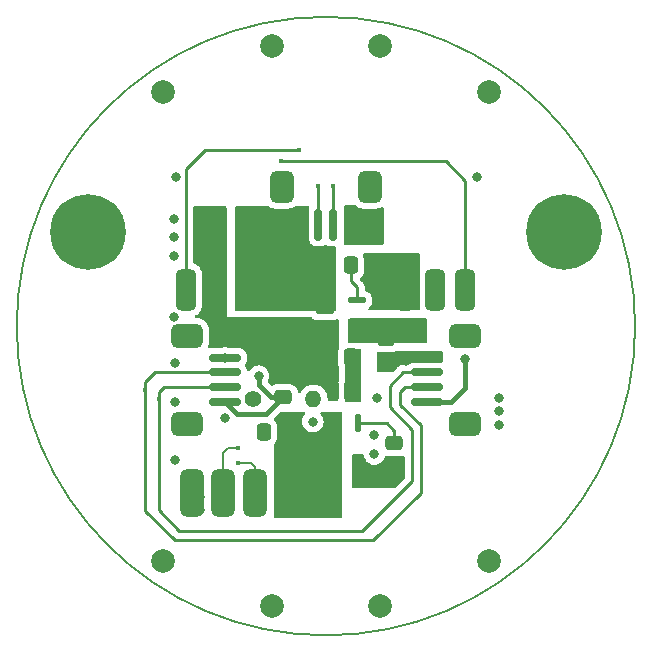
<source format=gbr>
%TF.GenerationSoftware,KiCad,Pcbnew,6.0.10-86aedd382b~118~ubuntu20.04.1*%
%TF.CreationDate,2023-01-12T10:33:16+01:00*%
%TF.ProjectId,thrust_controller,74687275-7374-45f6-936f-6e74726f6c6c,rev?*%
%TF.SameCoordinates,Original*%
%TF.FileFunction,Copper,L4,Bot*%
%TF.FilePolarity,Positive*%
%FSLAX46Y46*%
G04 Gerber Fmt 4.6, Leading zero omitted, Abs format (unit mm)*
G04 Created by KiCad (PCBNEW 6.0.10-86aedd382b~118~ubuntu20.04.1) date 2023-01-12 10:33:16*
%MOMM*%
%LPD*%
G01*
G04 APERTURE LIST*
G04 Aperture macros list*
%AMRoundRect*
0 Rectangle with rounded corners*
0 $1 Rounding radius*
0 $2 $3 $4 $5 $6 $7 $8 $9 X,Y pos of 4 corners*
0 Add a 4 corners polygon primitive as box body*
4,1,4,$2,$3,$4,$5,$6,$7,$8,$9,$2,$3,0*
0 Add four circle primitives for the rounded corners*
1,1,$1+$1,$2,$3*
1,1,$1+$1,$4,$5*
1,1,$1+$1,$6,$7*
1,1,$1+$1,$8,$9*
0 Add four rect primitives between the rounded corners*
20,1,$1+$1,$2,$3,$4,$5,0*
20,1,$1+$1,$4,$5,$6,$7,0*
20,1,$1+$1,$6,$7,$8,$9,0*
20,1,$1+$1,$8,$9,$2,$3,0*%
G04 Aperture macros list end*
%TA.AperFunction,Profile*%
%ADD10C,0.200000*%
%TD*%
%TA.AperFunction,ComponentPad*%
%ADD11C,6.400000*%
%TD*%
%TA.AperFunction,ComponentPad*%
%ADD12C,1.400000*%
%TD*%
%TA.AperFunction,ComponentPad*%
%ADD13O,1.400000X1.400000*%
%TD*%
%TA.AperFunction,SMDPad,CuDef*%
%ADD14RoundRect,0.250000X0.475000X-0.337500X0.475000X0.337500X-0.475000X0.337500X-0.475000X-0.337500X0*%
%TD*%
%TA.AperFunction,SMDPad,CuDef*%
%ADD15RoundRect,0.250000X-0.475000X0.337500X-0.475000X-0.337500X0.475000X-0.337500X0.475000X0.337500X0*%
%TD*%
%TA.AperFunction,SMDPad,CuDef*%
%ADD16RoundRect,0.500000X-0.500000X-1.500000X0.500000X-1.500000X0.500000X1.500000X-0.500000X1.500000X0*%
%TD*%
%TA.AperFunction,SMDPad,CuDef*%
%ADD17RoundRect,0.425000X0.425000X-1.325000X0.425000X1.325000X-0.425000X1.325000X-0.425000X-1.325000X0*%
%TD*%
%TA.AperFunction,ComponentPad*%
%ADD18C,2.000000*%
%TD*%
%TA.AperFunction,SMDPad,CuDef*%
%ADD19RoundRect,0.500000X0.500000X1.500000X-0.500000X1.500000X-0.500000X-1.500000X0.500000X-1.500000X0*%
%TD*%
%TA.AperFunction,SMDPad,CuDef*%
%ADD20RoundRect,0.127000X-0.127000X0.623000X-0.127000X-0.623000X0.127000X-0.623000X0.127000X0.623000X0*%
%TD*%
%TA.AperFunction,SMDPad,CuDef*%
%ADD21RoundRect,0.250000X-0.337500X-0.475000X0.337500X-0.475000X0.337500X0.475000X-0.337500X0.475000X0*%
%TD*%
%TA.AperFunction,SMDPad,CuDef*%
%ADD22RoundRect,0.150000X-0.150000X-1.200000X0.150000X-1.200000X0.150000X1.200000X-0.150000X1.200000X0*%
%TD*%
%TA.AperFunction,SMDPad,CuDef*%
%ADD23RoundRect,0.500000X-0.500000X-0.850000X0.500000X-0.850000X0.500000X0.850000X-0.500000X0.850000X0*%
%TD*%
%TA.AperFunction,SMDPad,CuDef*%
%ADD24RoundRect,0.127000X-0.623000X-0.127000X0.623000X-0.127000X0.623000X0.127000X-0.623000X0.127000X0*%
%TD*%
%TA.AperFunction,SMDPad,CuDef*%
%ADD25RoundRect,0.150000X1.200000X-0.150000X1.200000X0.150000X-1.200000X0.150000X-1.200000X-0.150000X0*%
%TD*%
%TA.AperFunction,SMDPad,CuDef*%
%ADD26RoundRect,0.500000X0.850000X-0.500000X0.850000X0.500000X-0.850000X0.500000X-0.850000X-0.500000X0*%
%TD*%
%TA.AperFunction,SMDPad,CuDef*%
%ADD27RoundRect,0.150000X-1.200000X0.150000X-1.200000X-0.150000X1.200000X-0.150000X1.200000X0.150000X0*%
%TD*%
%TA.AperFunction,SMDPad,CuDef*%
%ADD28RoundRect,0.500000X-0.850000X0.500000X-0.850000X-0.500000X0.850000X-0.500000X0.850000X0.500000X0*%
%TD*%
%TA.AperFunction,SMDPad,CuDef*%
%ADD29RoundRect,0.250000X0.337500X0.475000X-0.337500X0.475000X-0.337500X-0.475000X0.337500X-0.475000X0*%
%TD*%
%TA.AperFunction,ViaPad*%
%ADD30C,0.800000*%
%TD*%
%TA.AperFunction,ViaPad*%
%ADD31C,0.400000*%
%TD*%
%TA.AperFunction,Conductor*%
%ADD32C,0.400000*%
%TD*%
%TA.AperFunction,Conductor*%
%ADD33C,0.250000*%
%TD*%
%TA.AperFunction,Conductor*%
%ADD34C,0.200000*%
%TD*%
G04 APERTURE END LIST*
D10*
X169350000Y-83700000D02*
G75*
G03*
X169350000Y-83700000I-26180000J0D01*
G01*
D11*
%TO.P,H2,1*%
%TO.N,N/C*%
X163300000Y-75700000D03*
%TD*%
D12*
%TO.P,R6,1*%
%TO.N,Net-(R3-Pad1)*%
X137020000Y-89850000D03*
D13*
%TO.P,R6,2*%
%TO.N,Net-(R3-Pad2)*%
X142100000Y-89850000D03*
%TD*%
D11*
%TO.P,H1,1*%
%TO.N,N/C*%
X123040000Y-75700000D03*
%TD*%
D14*
%TO.P,C13,1*%
%TO.N,+5V*%
X140260000Y-83587500D03*
%TO.P,C13,2*%
%TO.N,GNDA*%
X140260000Y-81512500D03*
%TD*%
D15*
%TO.P,C14,1*%
%TO.N,+3.3V*%
X148260000Y-84812500D03*
%TO.P,C14,2*%
%TO.N,GNDA*%
X148260000Y-86887500D03*
%TD*%
D16*
%TO.P,J2,1,Pin_1*%
%TO.N,+3.3VA*%
X139793334Y-97850000D03*
%TD*%
D17*
%TO.P,J8,1,Pin_1*%
%TO.N,Cmd*%
X154985000Y-80625000D03*
%TO.P,J8,2,Pin_2*%
%TO.N,unconnected-(J8-Pad2)*%
X152445000Y-80625000D03*
%TO.P,J8,3,Pin_3*%
%TO.N,GNDA*%
X149905000Y-80625000D03*
%TD*%
D18*
%TO.P,TP6,1,1*%
%TO.N,GNDA*%
X129370000Y-103560000D03*
%TD*%
D19*
%TO.P,J5,1,Pin_1*%
%TO.N,GNDA*%
X131793334Y-97850000D03*
%TD*%
D20*
%TO.P,U1,1,IN*%
%TO.N,+5V*%
X144009999Y-89187549D03*
%TO.P,U1,2,GND*%
%TO.N,GNDA*%
X144960000Y-89187549D03*
%TO.P,U1,3,\u002AEN*%
X145910001Y-89187549D03*
%TO.P,U1,4,BP*%
%TO.N,Net-(C9-Pad1)*%
X145910001Y-91912451D03*
%TO.P,U1,5,OUT*%
%TO.N,+3.3VA*%
X144009999Y-91912451D03*
%TD*%
D18*
%TO.P,TP1,1,1*%
%TO.N,+3.3VA*%
X138570000Y-107440000D03*
%TD*%
%TO.P,TP7,1,1*%
%TO.N,Cmd*%
X147770000Y-59960000D03*
%TD*%
D21*
%TO.P,C4,1*%
%TO.N,+3.3VA*%
X143922500Y-95550000D03*
%TO.P,C4,2*%
%TO.N,GNDA*%
X145997500Y-95550000D03*
%TD*%
D17*
%TO.P,J1,1,Pin_1*%
%TO.N,GNDA*%
X136385000Y-80625000D03*
%TO.P,J1,2,Pin_2*%
%TO.N,+5V*%
X133845000Y-80625000D03*
%TO.P,J1,3,Pin_3*%
%TO.N,Des*%
X131305000Y-80625000D03*
%TD*%
D22*
%TO.P,J6,1,Pin_1*%
%TO.N,GNDA*%
X141285000Y-75100000D03*
%TO.P,J6,2,Pin_2*%
%TO.N,SWDIO*%
X142535000Y-75100000D03*
%TO.P,J6,3,Pin_3*%
%TO.N,SWCLK*%
X143785000Y-75100000D03*
%TO.P,J6,4,Pin_4*%
%TO.N,+3.3V*%
X145035000Y-75100000D03*
D23*
%TO.P,J6,MP*%
%TO.N,N/C*%
X139435000Y-71900000D03*
X146885000Y-71900000D03*
%TD*%
D24*
%TO.P,U4,1,IN*%
%TO.N,+5V*%
X143097549Y-83400001D03*
%TO.P,U4,2,GND*%
%TO.N,GNDA*%
X143097549Y-82450000D03*
%TO.P,U4,3,\u002AEN*%
X143097549Y-81499999D03*
%TO.P,U4,4,BP*%
%TO.N,Net-(C16-Pad1)*%
X145822451Y-81499999D03*
%TO.P,U4,5,OUT*%
%TO.N,+3.3V*%
X145822451Y-83400001D03*
%TD*%
D19*
%TO.P,J3,1,Pin_1*%
%TO.N,S+*%
X137126666Y-97850000D03*
%TD*%
D18*
%TO.P,TP5,1,1*%
%TO.N,+3.3V*%
X138570000Y-59960000D03*
%TD*%
D25*
%TO.P,J7,1,Pin_1*%
%TO.N,GNDA*%
X134610000Y-90125000D03*
%TO.P,J7,2,Pin_2*%
%TO.N,B*%
X134610000Y-88875000D03*
%TO.P,J7,3,Pin_3*%
%TO.N,A*%
X134610000Y-87625000D03*
%TO.P,J7,4,Pin_4*%
%TO.N,+3.3V*%
X134610000Y-86375000D03*
D26*
%TO.P,J7,MP*%
%TO.N,N/C*%
X131410000Y-84525000D03*
X131410000Y-91975000D03*
%TD*%
D18*
%TO.P,TP4,1,1*%
%TO.N,Ref*%
X156970000Y-103560000D03*
%TD*%
D27*
%TO.P,J9,1,Pin_1*%
%TO.N,GNDA*%
X151710000Y-86375000D03*
%TO.P,J9,2,Pin_2*%
%TO.N,B*%
X151710000Y-87625000D03*
%TO.P,J9,3,Pin_3*%
%TO.N,A*%
X151710000Y-88875000D03*
%TO.P,J9,4,Pin_4*%
%TO.N,+3.3V*%
X151710000Y-90125000D03*
D28*
%TO.P,J9,MP*%
%TO.N,N/C*%
X154910000Y-84525000D03*
X154910000Y-91975000D03*
%TD*%
D21*
%TO.P,C3,1*%
%TO.N,+5V*%
X143222500Y-86350000D03*
%TO.P,C3,2*%
%TO.N,GNDA*%
X145297500Y-86350000D03*
%TD*%
D18*
%TO.P,TP3,1,1*%
%TO.N,Meas*%
X147770000Y-107440000D03*
%TD*%
D15*
%TO.P,C7,1*%
%TO.N,+5V*%
X139560000Y-87612500D03*
%TO.P,C7,2*%
%TO.N,GNDA*%
X139560000Y-89687500D03*
%TD*%
D29*
%TO.P,C5,1*%
%TO.N,+3.3VA*%
X139997500Y-92650000D03*
%TO.P,C5,2*%
%TO.N,GNDA*%
X137922500Y-92650000D03*
%TD*%
D19*
%TO.P,J4,1,Pin_1*%
%TO.N,S-*%
X134460000Y-97850000D03*
%TD*%
D18*
%TO.P,TP2,1,1*%
%TO.N,Des*%
X156970000Y-63840000D03*
%TD*%
D29*
%TO.P,C16,1*%
%TO.N,Net-(C16-Pad1)*%
X145297500Y-78550000D03*
%TO.P,C16,2*%
%TO.N,GNDA*%
X143222500Y-78550000D03*
%TD*%
D18*
%TO.P,TP8,1,1*%
%TO.N,GNDA*%
X129370000Y-63840000D03*
%TD*%
D15*
%TO.P,C9,1*%
%TO.N,Net-(C9-Pad1)*%
X148960000Y-93612500D03*
%TO.P,C9,2*%
%TO.N,GNDA*%
X148960000Y-95687500D03*
%TD*%
D30*
%TO.N,+3.3VA*%
X142297500Y-93987500D03*
X142297500Y-99020000D03*
X130422500Y-95050000D03*
X147460000Y-89750000D03*
X134660000Y-91450000D03*
X143960000Y-93987500D03*
X140635000Y-99020000D03*
X140635000Y-93987500D03*
X143960000Y-99020000D03*
X147260000Y-94550000D03*
%TO.N,GNDA*%
X147260000Y-92912500D03*
X155985000Y-71050000D03*
X137451979Y-77118887D03*
X145310000Y-89609500D03*
X130422500Y-86850500D03*
X149760000Y-79912500D03*
X146000000Y-96570000D03*
X142060000Y-91780000D03*
X137451979Y-75753331D03*
X130279985Y-74650000D03*
X157850000Y-92110000D03*
X145329310Y-86381241D03*
X137451979Y-78484443D03*
X139060000Y-78484443D03*
X130279985Y-76200000D03*
X132500000Y-98160000D03*
X130279985Y-77750000D03*
X151710000Y-86375000D03*
X130279985Y-82910126D03*
X132497500Y-99310000D03*
X137922500Y-92650000D03*
X147344576Y-96570000D03*
X148689152Y-96570000D03*
X149910000Y-86660000D03*
X148260000Y-86887500D03*
X130435000Y-71050000D03*
X157850000Y-89750000D03*
X157850000Y-90930000D03*
X130422500Y-90150000D03*
X149760000Y-78440000D03*
X148260000Y-78440000D03*
X148260000Y-79912500D03*
X137451979Y-79850000D03*
X137480000Y-87924500D03*
X136010000Y-73945000D03*
%TO.N,+5V*%
X132760000Y-78150000D03*
X132760000Y-76150000D03*
X132735500Y-74150000D03*
X133760000Y-80150000D03*
X133760000Y-81150000D03*
X132760000Y-75150000D03*
X133760000Y-79150000D03*
X133760000Y-78150000D03*
X132760000Y-77150000D03*
D31*
%TO.N,S+*%
X135685000Y-95285000D03*
%TO.N,S-*%
X135685000Y-94015000D03*
D30*
%TO.N,+3.3V*%
X148760000Y-84620000D03*
X147760000Y-83620000D03*
X150760000Y-84620000D03*
X134610000Y-86375000D03*
X146934500Y-74920000D03*
X146760000Y-84620000D03*
X145760000Y-83620000D03*
X154960000Y-86450000D03*
X149760000Y-83620000D03*
D31*
%TO.N,Des*%
X140860000Y-68750000D03*
%TO.N,Cmd*%
X139369500Y-69750000D03*
%TO.N,B*%
X129010000Y-89900000D03*
%TO.N,A*%
X127860000Y-89150000D03*
%TO.N,SWDIO*%
X142535000Y-71850000D03*
%TO.N,SWCLK*%
X143785000Y-71850000D03*
%TD*%
D32*
%TO.N,GNDA*%
X134610000Y-90125000D02*
X135635000Y-91150000D01*
X137480000Y-88670000D02*
X138497500Y-89687500D01*
X138097500Y-91150000D02*
X139560000Y-89687500D01*
X137480000Y-87924500D02*
X137480000Y-88670000D01*
X138497500Y-89687500D02*
X139560000Y-89687500D01*
X135635000Y-91150000D02*
X138097500Y-91150000D01*
D33*
%TO.N,Net-(C9-Pad1)*%
X148960000Y-92550000D02*
X148960000Y-93612500D01*
X145910001Y-91912451D02*
X148322451Y-91912451D01*
X148322451Y-91912451D02*
X148960000Y-92550000D01*
D34*
%TO.N,S+*%
X135685000Y-95285000D02*
X136795000Y-95285000D01*
X137126666Y-95616666D02*
X137126666Y-97850000D01*
X136795000Y-95285000D02*
X137126666Y-95616666D01*
%TO.N,S-*%
X134426666Y-94483334D02*
X134426666Y-96050000D01*
X135685000Y-94015000D02*
X134895000Y-94015000D01*
X134895000Y-94015000D02*
X134426666Y-94483334D01*
D32*
%TO.N,+3.3V*%
X154960000Y-88950000D02*
X153785000Y-90125000D01*
X153785000Y-90125000D02*
X151710000Y-90125000D01*
X154960000Y-86450000D02*
X154960000Y-88950000D01*
D33*
%TO.N,Net-(C16-Pad1)*%
X145297500Y-78550000D02*
X145297500Y-79887500D01*
X145822451Y-80412451D02*
X145822451Y-81499999D01*
X145297500Y-79887500D02*
X145822451Y-80412451D01*
%TO.N,Des*%
X140860000Y-68750000D02*
X132960000Y-68750000D01*
X131305000Y-80625000D02*
X131305000Y-70405000D01*
X131305000Y-70405000D02*
X132960000Y-68750000D01*
%TO.N,Cmd*%
X154985000Y-80625000D02*
X154985000Y-71375000D01*
X154985000Y-71375000D02*
X153360000Y-69750000D01*
X153360000Y-69750000D02*
X139369500Y-69750000D01*
%TO.N,B*%
X129010000Y-99300000D02*
X130760000Y-101050000D01*
X129435000Y-88875000D02*
X134610000Y-88875000D01*
X146260000Y-101050000D02*
X150460000Y-96850000D01*
X150460000Y-92457106D02*
X148560000Y-90557106D01*
X129010000Y-89900000D02*
X129010000Y-89300000D01*
X149685000Y-87625000D02*
X151710000Y-87625000D01*
X148560000Y-90557106D02*
X148560000Y-88750000D01*
X150460000Y-96850000D02*
X150460000Y-92457106D01*
X148560000Y-88750000D02*
X149685000Y-87625000D01*
X129010000Y-89900000D02*
X129010000Y-99300000D01*
X129010000Y-89300000D02*
X129435000Y-88875000D01*
X130760000Y-101050000D02*
X146260000Y-101050000D01*
%TO.N,A*%
X149460000Y-89250000D02*
X149835000Y-88875000D01*
X127860000Y-99350000D02*
X130360000Y-101850000D01*
X149835000Y-88875000D02*
X151710000Y-88875000D01*
X151190000Y-97820000D02*
X151190000Y-92110000D01*
X149460000Y-90380000D02*
X149460000Y-89250000D01*
X151190000Y-92110000D02*
X149460000Y-90380000D01*
X127860000Y-88450000D02*
X128685000Y-87625000D01*
X127860000Y-89150000D02*
X127860000Y-88450000D01*
X130360000Y-101850000D02*
X147160000Y-101850000D01*
X147160000Y-101850000D02*
X151190000Y-97820000D01*
X127860000Y-89150000D02*
X127860000Y-99350000D01*
X128685000Y-87625000D02*
X134610000Y-87625000D01*
%TO.N,SWDIO*%
X142535000Y-71850000D02*
X142535000Y-75100000D01*
%TO.N,SWCLK*%
X143785000Y-71850000D02*
X143785000Y-75100000D01*
%TD*%
%TA.AperFunction,Conductor*%
%TO.N,+3.3VA*%
G36*
X141380713Y-90970002D02*
G01*
X141427206Y-91023658D01*
X141437310Y-91093932D01*
X141406228Y-91160310D01*
X141331890Y-91242871D01*
X141331887Y-91242875D01*
X141327467Y-91247784D01*
X141232821Y-91411716D01*
X141174326Y-91591744D01*
X141173636Y-91598305D01*
X141173636Y-91598307D01*
X141165639Y-91674396D01*
X141154540Y-91780000D01*
X141174326Y-91968256D01*
X141232821Y-92148284D01*
X141327467Y-92312216D01*
X141454129Y-92452888D01*
X141607270Y-92564151D01*
X141780197Y-92641144D01*
X141878212Y-92661978D01*
X141958897Y-92679128D01*
X141958901Y-92679128D01*
X141965354Y-92680500D01*
X142154646Y-92680500D01*
X142161099Y-92679128D01*
X142161103Y-92679128D01*
X142241788Y-92661978D01*
X142339803Y-92641144D01*
X142512730Y-92564151D01*
X142665871Y-92452888D01*
X142792533Y-92312216D01*
X142887179Y-92148284D01*
X142945674Y-91968256D01*
X142965460Y-91780000D01*
X142954361Y-91674396D01*
X142946364Y-91598307D01*
X142946364Y-91598305D01*
X142945674Y-91591744D01*
X142887179Y-91411716D01*
X142792533Y-91247784D01*
X142788113Y-91242875D01*
X142788110Y-91242871D01*
X142713772Y-91160310D01*
X142683054Y-91096303D01*
X142691819Y-91025849D01*
X142737282Y-90971318D01*
X142807408Y-90950000D01*
X144434000Y-90950000D01*
X144502121Y-90970002D01*
X144548614Y-91023658D01*
X144560000Y-91076000D01*
X144560000Y-99824000D01*
X144539998Y-99892121D01*
X144486342Y-99938614D01*
X144434000Y-99950000D01*
X138886000Y-99950000D01*
X138817879Y-99929998D01*
X138771386Y-99876342D01*
X138760000Y-99824000D01*
X138760000Y-93738584D01*
X138780002Y-93670463D01*
X138796827Y-93649566D01*
X138847813Y-93598491D01*
X138852984Y-93593311D01*
X138944814Y-93444334D01*
X138999910Y-93278228D01*
X139010500Y-93174866D01*
X139010500Y-92125134D01*
X138999641Y-92020481D01*
X138982218Y-91968256D01*
X138946574Y-91861419D01*
X138944256Y-91854471D01*
X138852166Y-91705655D01*
X138846984Y-91700482D01*
X138796982Y-91650567D01*
X138762903Y-91588284D01*
X138760000Y-91561394D01*
X138760000Y-91530346D01*
X138780002Y-91462225D01*
X138796905Y-91441251D01*
X139251251Y-90986905D01*
X139313563Y-90952879D01*
X139340346Y-90950000D01*
X141312592Y-90950000D01*
X141380713Y-90970002D01*
G37*
%TD.AperFunction*%
%TD*%
%TA.AperFunction,Conductor*%
%TO.N,GNDA*%
G36*
X146309210Y-94570002D02*
G01*
X146355703Y-94623658D01*
X146366398Y-94662828D01*
X146374326Y-94738256D01*
X146432821Y-94918284D01*
X146527467Y-95082216D01*
X146654129Y-95222888D01*
X146807270Y-95334151D01*
X146980197Y-95411144D01*
X147078212Y-95431978D01*
X147158897Y-95449128D01*
X147158901Y-95449128D01*
X147165354Y-95450500D01*
X147354646Y-95450500D01*
X147361099Y-95449128D01*
X147361103Y-95449128D01*
X147441788Y-95431978D01*
X147539803Y-95411144D01*
X147712730Y-95334151D01*
X147865871Y-95222888D01*
X147992533Y-95082216D01*
X148087179Y-94918284D01*
X148138785Y-94759459D01*
X148178857Y-94700854D01*
X148244254Y-94673217D01*
X148298284Y-94678803D01*
X148325238Y-94687743D01*
X148325240Y-94687744D01*
X148331772Y-94689910D01*
X148435134Y-94700500D01*
X149484866Y-94700500D01*
X149488112Y-94700163D01*
X149488116Y-94700163D01*
X149582661Y-94690353D01*
X149582665Y-94690352D01*
X149589519Y-94689641D01*
X149596053Y-94687461D01*
X149596058Y-94687460D01*
X149668624Y-94663250D01*
X149739574Y-94660666D01*
X149800658Y-94696850D01*
X149832482Y-94760314D01*
X149834500Y-94782774D01*
X149834500Y-96538720D01*
X149814498Y-96606841D01*
X149797595Y-96627815D01*
X149042315Y-97383095D01*
X148980003Y-97417121D01*
X148953220Y-97420000D01*
X145486000Y-97420000D01*
X145417879Y-97399998D01*
X145371386Y-97346342D01*
X145360000Y-97294000D01*
X145360000Y-94676000D01*
X145380002Y-94607879D01*
X145433658Y-94561386D01*
X145486000Y-94550000D01*
X146241089Y-94550000D01*
X146309210Y-94570002D01*
G37*
%TD.AperFunction*%
%TD*%
%TA.AperFunction,Conductor*%
%TO.N,+3.3V*%
G36*
X151712121Y-83070002D02*
G01*
X151758614Y-83123658D01*
X151770000Y-83176000D01*
X151770000Y-85024000D01*
X151749998Y-85092121D01*
X151696342Y-85138614D01*
X151644000Y-85150000D01*
X145853531Y-85150000D01*
X145813863Y-85143593D01*
X145794759Y-85137256D01*
X145794757Y-85137255D01*
X145788228Y-85135090D01*
X145684866Y-85124500D01*
X145186000Y-85124500D01*
X145117879Y-85104498D01*
X145071386Y-85050842D01*
X145060000Y-84998500D01*
X145060000Y-83176000D01*
X145080002Y-83107879D01*
X145133658Y-83061386D01*
X145186000Y-83050000D01*
X151644000Y-83050000D01*
X151712121Y-83070002D01*
G37*
%TD.AperFunction*%
%TD*%
%TA.AperFunction,Conductor*%
%TO.N,GNDA*%
G36*
X146122121Y-85670002D02*
G01*
X146168614Y-85723658D01*
X146180000Y-85776000D01*
X146180000Y-90024000D01*
X146159998Y-90092121D01*
X146106342Y-90138614D01*
X146054000Y-90150000D01*
X144886000Y-90150000D01*
X144817879Y-90129998D01*
X144771386Y-90076342D01*
X144760000Y-90024000D01*
X144760000Y-89926556D01*
X144761476Y-89910261D01*
X144761699Y-89909492D01*
X144764499Y-89873915D01*
X144764499Y-88501183D01*
X144761699Y-88465606D01*
X144761476Y-88464837D01*
X144760000Y-88448542D01*
X144760000Y-85776000D01*
X144780002Y-85707879D01*
X144833658Y-85661386D01*
X144886000Y-85650000D01*
X146054000Y-85650000D01*
X146122121Y-85670002D01*
G37*
%TD.AperFunction*%
%TD*%
%TA.AperFunction,Conductor*%
%TO.N,GNDA*%
G36*
X151092121Y-77570002D02*
G01*
X151138614Y-77623658D01*
X151150000Y-77676000D01*
X151150000Y-78954438D01*
X151145707Y-78987047D01*
X151100859Y-79154422D01*
X151094500Y-79235222D01*
X151094500Y-82014778D01*
X151094693Y-82017226D01*
X151094693Y-82017235D01*
X151100405Y-82089812D01*
X151100859Y-82095578D01*
X151102353Y-82101152D01*
X151131891Y-82211388D01*
X151130201Y-82282365D01*
X151090407Y-82341161D01*
X151025143Y-82369109D01*
X151010184Y-82370000D01*
X146882393Y-82370000D01*
X146814272Y-82349998D01*
X146767779Y-82296342D01*
X146757675Y-82226068D01*
X146787169Y-82161488D01*
X146818254Y-82135546D01*
X146826286Y-82130796D01*
X146833107Y-82126762D01*
X146945214Y-82014655D01*
X147025919Y-81878190D01*
X147037447Y-81838512D01*
X147068356Y-81732119D01*
X147070151Y-81725942D01*
X147070655Y-81719537D01*
X147070656Y-81719532D01*
X147072758Y-81692822D01*
X147072758Y-81692813D01*
X147072951Y-81690365D01*
X147072951Y-81309633D01*
X147072758Y-81307176D01*
X147070656Y-81280466D01*
X147070655Y-81280461D01*
X147070151Y-81274056D01*
X147025919Y-81121808D01*
X146945214Y-80985343D01*
X146833107Y-80873236D01*
X146696642Y-80792531D01*
X146689031Y-80790320D01*
X146689029Y-80790319D01*
X146544394Y-80748299D01*
X146544787Y-80746945D01*
X146487895Y-80718315D01*
X146451798Y-80657179D01*
X146447951Y-80626280D01*
X146447951Y-80490154D01*
X146448468Y-80479194D01*
X146450124Y-80471784D01*
X146448013Y-80404610D01*
X146447951Y-80400652D01*
X146447951Y-80373101D01*
X146447455Y-80369178D01*
X146447448Y-80369063D01*
X146446528Y-80357377D01*
X146445409Y-80321750D01*
X146445160Y-80313824D01*
X146439614Y-80294735D01*
X146435607Y-80275389D01*
X146433115Y-80255659D01*
X146417067Y-80215128D01*
X146413232Y-80203927D01*
X146401069Y-80162061D01*
X146390951Y-80144952D01*
X146382256Y-80127206D01*
X146374937Y-80108719D01*
X146349320Y-80073460D01*
X146342805Y-80063541D01*
X146324661Y-80032861D01*
X146324658Y-80032857D01*
X146320621Y-80026031D01*
X146306571Y-80011981D01*
X146293730Y-79996947D01*
X146286705Y-79987278D01*
X146282045Y-79980864D01*
X146248462Y-79953082D01*
X146239682Y-79945092D01*
X146096905Y-79802315D01*
X146062879Y-79740003D01*
X146060000Y-79713220D01*
X146060000Y-79712143D01*
X146080002Y-79644022D01*
X146104294Y-79617198D01*
X146104345Y-79617166D01*
X146227984Y-79493311D01*
X146319814Y-79344334D01*
X146374910Y-79178228D01*
X146385500Y-79074866D01*
X146385500Y-78025134D01*
X146374641Y-77920481D01*
X146346478Y-77836064D01*
X146321574Y-77761419D01*
X146319256Y-77754471D01*
X146311725Y-77742302D01*
X146292888Y-77673853D01*
X146314048Y-77606083D01*
X146368489Y-77560511D01*
X146418870Y-77550000D01*
X151024000Y-77550000D01*
X151092121Y-77570002D01*
G37*
%TD.AperFunction*%
%TD*%
%TA.AperFunction,Conductor*%
%TO.N,+5V*%
G36*
X134702121Y-73570002D02*
G01*
X134748614Y-73623658D01*
X134760000Y-73676000D01*
X134760000Y-82950000D01*
X141907940Y-82950000D01*
X141976061Y-82970002D01*
X141997035Y-82986905D01*
X142086893Y-83076763D01*
X142223358Y-83157468D01*
X142230969Y-83159679D01*
X142230971Y-83159680D01*
X142279291Y-83173718D01*
X142375606Y-83201700D01*
X142382011Y-83202204D01*
X142382016Y-83202205D01*
X142408726Y-83204307D01*
X142408735Y-83204307D01*
X142411183Y-83204500D01*
X143783915Y-83204500D01*
X143786363Y-83204307D01*
X143786372Y-83204307D01*
X143813082Y-83202205D01*
X143813087Y-83202204D01*
X143819492Y-83201700D01*
X143915807Y-83173718D01*
X143964127Y-83159680D01*
X143964129Y-83159679D01*
X143971740Y-83157468D01*
X144061308Y-83104498D01*
X144069861Y-83099440D01*
X144138678Y-83081981D01*
X144206009Y-83104498D01*
X144250478Y-83159843D01*
X144260000Y-83207894D01*
X144260000Y-85581097D01*
X144253593Y-85620765D01*
X144225017Y-85706919D01*
X144220090Y-85721772D01*
X144209500Y-85825134D01*
X144209500Y-86874866D01*
X144209837Y-86878112D01*
X144209837Y-86878116D01*
X144217519Y-86952147D01*
X144220359Y-86979519D01*
X144222540Y-86986055D01*
X144222540Y-86986057D01*
X144253524Y-87078927D01*
X144260000Y-87118803D01*
X144260000Y-88272509D01*
X144251596Y-88313086D01*
X144252532Y-88313358D01*
X144208300Y-88465606D01*
X144207796Y-88472011D01*
X144207795Y-88472016D01*
X144205856Y-88496654D01*
X144205500Y-88501183D01*
X144205500Y-89873915D01*
X144205693Y-89876363D01*
X144205693Y-89876372D01*
X144208300Y-89909492D01*
X144206612Y-89909625D01*
X144200043Y-89971972D01*
X144155611Y-90027347D01*
X144083532Y-90050000D01*
X143429299Y-90050000D01*
X143361178Y-90029998D01*
X143314685Y-89976342D01*
X143303869Y-89913941D01*
X143303991Y-89913098D01*
X143305643Y-89850000D01*
X143285454Y-89630289D01*
X143225565Y-89417936D01*
X143127980Y-89220053D01*
X142995967Y-89043267D01*
X142833949Y-88893499D01*
X142647350Y-88775764D01*
X142442421Y-88694006D01*
X142436761Y-88692880D01*
X142436757Y-88692879D01*
X142231691Y-88652089D01*
X142231688Y-88652089D01*
X142226024Y-88650962D01*
X142220249Y-88650886D01*
X142220245Y-88650886D01*
X142109504Y-88649437D01*
X142005406Y-88648074D01*
X141999709Y-88649053D01*
X141999708Y-88649053D01*
X141793654Y-88684459D01*
X141793653Y-88684459D01*
X141787957Y-88685438D01*
X141580957Y-88761804D01*
X141391341Y-88874614D01*
X141225457Y-89020090D01*
X141088863Y-89193360D01*
X141074819Y-89220053D01*
X141020082Y-89324089D01*
X140970662Y-89375062D01*
X140901530Y-89391224D01*
X140834634Y-89367445D01*
X140791213Y-89311274D01*
X140783247Y-89278425D01*
X140783087Y-89276877D01*
X140776711Y-89215426D01*
X140775353Y-89202339D01*
X140775352Y-89202335D01*
X140774641Y-89195481D01*
X140719256Y-89029471D01*
X140627166Y-88880655D01*
X140503311Y-88757016D01*
X140354334Y-88665186D01*
X140311222Y-88650886D01*
X140194759Y-88612256D01*
X140194757Y-88612255D01*
X140188228Y-88610090D01*
X140084866Y-88599500D01*
X139035134Y-88599500D01*
X139031888Y-88599837D01*
X139031884Y-88599837D01*
X138937339Y-88609647D01*
X138937335Y-88609648D01*
X138930481Y-88610359D01*
X138923945Y-88612540D01*
X138923943Y-88612540D01*
X138843590Y-88639348D01*
X138764471Y-88665744D01*
X138734228Y-88684459D01*
X138665188Y-88727182D01*
X138596736Y-88746020D01*
X138528966Y-88724859D01*
X138509790Y-88709133D01*
X138297311Y-88496654D01*
X138263285Y-88434342D01*
X138268350Y-88363527D01*
X138277286Y-88344560D01*
X138307179Y-88292784D01*
X138365674Y-88112756D01*
X138366619Y-88103770D01*
X138384770Y-87931065D01*
X138385460Y-87924500D01*
X138382196Y-87893441D01*
X138366364Y-87742807D01*
X138366364Y-87742805D01*
X138365674Y-87736244D01*
X138307179Y-87556216D01*
X138212533Y-87392284D01*
X138085871Y-87251612D01*
X137932730Y-87140349D01*
X137759803Y-87063356D01*
X137661788Y-87042522D01*
X137581103Y-87025372D01*
X137581099Y-87025372D01*
X137574646Y-87024000D01*
X137385354Y-87024000D01*
X137378901Y-87025372D01*
X137378897Y-87025372D01*
X137298212Y-87042522D01*
X137200197Y-87063356D01*
X137027270Y-87140349D01*
X136874129Y-87251612D01*
X136747467Y-87392284D01*
X136744167Y-87398000D01*
X136744164Y-87398004D01*
X136695619Y-87482088D01*
X136644237Y-87531081D01*
X136574523Y-87544517D01*
X136508612Y-87518131D01*
X136467430Y-87460299D01*
X136460500Y-87419088D01*
X136460500Y-87409306D01*
X136460308Y-87406860D01*
X136460307Y-87406847D01*
X136458103Y-87378850D01*
X136457598Y-87372431D01*
X136411744Y-87214602D01*
X136329004Y-87074696D01*
X136329003Y-87074693D01*
X136328081Y-87073135D01*
X136328332Y-87072986D01*
X136304050Y-87011141D01*
X136317951Y-86941518D01*
X136326085Y-86928861D01*
X136328081Y-86926865D01*
X136411744Y-86785398D01*
X136457598Y-86627569D01*
X136458633Y-86614416D01*
X136460307Y-86593153D01*
X136460308Y-86593140D01*
X136460500Y-86590694D01*
X136460500Y-86159306D01*
X136460308Y-86156860D01*
X136460307Y-86156847D01*
X136458103Y-86128850D01*
X136457598Y-86122431D01*
X136411744Y-85964602D01*
X136328081Y-85823135D01*
X136211865Y-85706919D01*
X136070398Y-85623256D01*
X136062786Y-85621045D01*
X136062785Y-85621044D01*
X135918754Y-85579199D01*
X135918755Y-85579199D01*
X135912569Y-85577402D01*
X135899416Y-85576367D01*
X135878153Y-85574693D01*
X135878140Y-85574692D01*
X135875694Y-85574500D01*
X135052791Y-85574500D01*
X135001546Y-85563608D01*
X134889803Y-85513856D01*
X134791788Y-85493022D01*
X134711103Y-85475872D01*
X134711099Y-85475872D01*
X134704646Y-85474500D01*
X134515354Y-85474500D01*
X134508901Y-85475872D01*
X134508897Y-85475872D01*
X134428212Y-85493022D01*
X134330197Y-85513856D01*
X134218454Y-85563608D01*
X134167209Y-85574500D01*
X133344306Y-85574500D01*
X133330317Y-85575601D01*
X133317630Y-85576599D01*
X133248150Y-85562002D01*
X133197592Y-85512159D01*
X133182006Y-85442894D01*
X133190756Y-85404196D01*
X133190784Y-85404127D01*
X133193741Y-85398470D01*
X133249766Y-85203087D01*
X133260500Y-85082816D01*
X133260500Y-83967184D01*
X133249766Y-83846913D01*
X133193741Y-83651530D01*
X133099573Y-83471404D01*
X132971109Y-83313891D01*
X132966169Y-83309862D01*
X132818540Y-83189459D01*
X132818539Y-83189458D01*
X132813596Y-83185427D01*
X132633470Y-83091259D01*
X132438087Y-83035234D01*
X132406455Y-83032411D01*
X132320609Y-83024749D01*
X132320603Y-83024749D01*
X132317816Y-83024500D01*
X132184592Y-83024500D01*
X132116471Y-83004498D01*
X132069978Y-82950842D01*
X132059874Y-82880568D01*
X132089368Y-82815988D01*
X132127389Y-82786233D01*
X132230959Y-82733462D01*
X132230962Y-82733460D01*
X132236840Y-82730465D01*
X132241969Y-82726312D01*
X132241973Y-82726309D01*
X132382901Y-82612187D01*
X132388032Y-82608032D01*
X132447775Y-82534256D01*
X132506309Y-82461973D01*
X132506312Y-82461969D01*
X132510465Y-82456840D01*
X132580523Y-82319345D01*
X132595794Y-82289373D01*
X132595795Y-82289369D01*
X132598788Y-82283496D01*
X132649141Y-82095578D01*
X132655500Y-82014778D01*
X132655500Y-79235222D01*
X132650149Y-79167222D01*
X132649594Y-79160175D01*
X132649594Y-79160172D01*
X132649141Y-79154422D01*
X132598788Y-78966504D01*
X132540816Y-78852727D01*
X132513462Y-78799041D01*
X132513460Y-78799038D01*
X132510465Y-78793160D01*
X132506312Y-78788031D01*
X132506309Y-78788027D01*
X132392187Y-78647099D01*
X132388032Y-78641968D01*
X132381481Y-78636663D01*
X132241973Y-78523691D01*
X132241969Y-78523688D01*
X132236840Y-78519535D01*
X132230962Y-78516540D01*
X132230959Y-78516538D01*
X132069379Y-78434209D01*
X132069375Y-78434207D01*
X132063496Y-78431212D01*
X132023886Y-78420598D01*
X131963266Y-78383648D01*
X131932245Y-78319787D01*
X131930500Y-78298893D01*
X131930500Y-73676000D01*
X131950502Y-73607879D01*
X132004158Y-73561386D01*
X132056500Y-73550000D01*
X134634000Y-73550000D01*
X134702121Y-73570002D01*
G37*
%TD.AperFunction*%
%TD*%
%TA.AperFunction,Conductor*%
%TO.N,GNDA*%
G36*
X138356137Y-73570002D02*
G01*
X138367650Y-73578356D01*
X138381404Y-73589573D01*
X138561530Y-73683741D01*
X138756913Y-73739766D01*
X138788545Y-73742589D01*
X138874391Y-73750251D01*
X138874397Y-73750251D01*
X138877184Y-73750500D01*
X139992816Y-73750500D01*
X139995603Y-73750251D01*
X139995609Y-73750251D01*
X140081455Y-73742589D01*
X140113087Y-73739766D01*
X140308470Y-73683741D01*
X140488596Y-73589573D01*
X140502348Y-73578357D01*
X140567779Y-73550803D01*
X140581984Y-73550000D01*
X141641471Y-73550000D01*
X141709592Y-73570002D01*
X141756085Y-73623658D01*
X141766189Y-73693932D01*
X141762468Y-73711153D01*
X141751109Y-73750251D01*
X141737402Y-73797431D01*
X141736897Y-73803850D01*
X141734693Y-73831847D01*
X141734692Y-73831860D01*
X141734500Y-73834306D01*
X141734500Y-76365694D01*
X141734692Y-76368140D01*
X141734693Y-76368153D01*
X141736367Y-76389416D01*
X141737402Y-76402569D01*
X141783256Y-76560398D01*
X141787291Y-76567220D01*
X141787291Y-76567221D01*
X141842454Y-76660497D01*
X141860000Y-76724636D01*
X141860000Y-76750000D01*
X141873547Y-76750000D01*
X141886783Y-76752879D01*
X141885936Y-76756774D01*
X141930985Y-76770002D01*
X141951959Y-76786905D01*
X141983135Y-76818081D01*
X142124602Y-76901744D01*
X142132214Y-76903955D01*
X142132215Y-76903956D01*
X142236951Y-76934385D01*
X142282431Y-76947598D01*
X142295584Y-76948633D01*
X142316847Y-76950307D01*
X142316860Y-76950308D01*
X142319306Y-76950500D01*
X142750694Y-76950500D01*
X142753140Y-76950308D01*
X142753153Y-76950307D01*
X142774416Y-76948633D01*
X142787569Y-76947598D01*
X142833049Y-76934385D01*
X142937785Y-76903956D01*
X142937786Y-76903955D01*
X142945398Y-76901744D01*
X143085304Y-76819004D01*
X143085307Y-76819003D01*
X143086865Y-76818081D01*
X143087014Y-76818332D01*
X143148859Y-76794050D01*
X143218482Y-76807951D01*
X143231139Y-76816085D01*
X143233135Y-76818081D01*
X143374602Y-76901744D01*
X143382214Y-76903955D01*
X143382215Y-76903956D01*
X143486951Y-76934385D01*
X143532431Y-76947598D01*
X143545584Y-76948633D01*
X143566847Y-76950307D01*
X143566860Y-76950308D01*
X143569306Y-76950500D01*
X143934000Y-76950500D01*
X144002121Y-76970502D01*
X144048614Y-77024158D01*
X144060000Y-77076500D01*
X144060000Y-82324000D01*
X144039998Y-82392121D01*
X143986342Y-82438614D01*
X143934000Y-82450000D01*
X135586000Y-82450000D01*
X135517879Y-82429998D01*
X135471386Y-82376342D01*
X135460000Y-82324000D01*
X135460000Y-73676000D01*
X135480002Y-73607879D01*
X135533658Y-73561386D01*
X135586000Y-73550000D01*
X138288016Y-73550000D01*
X138356137Y-73570002D01*
G37*
%TD.AperFunction*%
%TD*%
%TA.AperFunction,Conductor*%
%TO.N,+3.3V*%
G36*
X145671263Y-73460002D02*
G01*
X145682778Y-73468357D01*
X145802501Y-73566000D01*
X145831404Y-73589573D01*
X146011530Y-73683741D01*
X146206913Y-73739766D01*
X146238545Y-73742589D01*
X146324391Y-73750251D01*
X146324397Y-73750251D01*
X146327184Y-73750500D01*
X147442816Y-73750500D01*
X147445603Y-73750251D01*
X147445609Y-73750251D01*
X147531455Y-73742589D01*
X147563087Y-73739766D01*
X147758470Y-73683741D01*
X147764128Y-73680783D01*
X147764131Y-73680782D01*
X147865624Y-73627722D01*
X147935260Y-73613887D01*
X148001321Y-73639897D01*
X148042833Y-73697492D01*
X148050000Y-73739383D01*
X148050000Y-76724000D01*
X148029998Y-76792121D01*
X147976342Y-76838614D01*
X147924000Y-76850000D01*
X144856000Y-76850000D01*
X144787879Y-76829998D01*
X144741386Y-76776342D01*
X144730000Y-76724000D01*
X144730000Y-73566000D01*
X144750002Y-73497879D01*
X144803658Y-73451386D01*
X144856000Y-73440000D01*
X145603142Y-73440000D01*
X145671263Y-73460002D01*
G37*
%TD.AperFunction*%
%TD*%
%TA.AperFunction,Conductor*%
%TO.N,GNDA*%
G36*
X149387134Y-85820081D02*
G01*
X152934304Y-85820229D01*
X153002424Y-85840234D01*
X153048915Y-85893892D01*
X153060299Y-85946250D01*
X153060288Y-86007478D01*
X153060159Y-86698523D01*
X153040144Y-86766640D01*
X152986480Y-86813123D01*
X152934159Y-86824500D01*
X150444306Y-86824500D01*
X150441860Y-86824692D01*
X150441847Y-86824693D01*
X150420584Y-86826367D01*
X150407431Y-86827402D01*
X150361951Y-86840615D01*
X150257215Y-86871044D01*
X150257214Y-86871045D01*
X150249602Y-86873256D01*
X150108135Y-86956919D01*
X150102459Y-86962595D01*
X150102390Y-86962632D01*
X150096269Y-86967381D01*
X150095503Y-86966393D01*
X150040147Y-86996621D01*
X150013364Y-86999500D01*
X149762698Y-86999500D01*
X149751737Y-86998983D01*
X149744332Y-86997328D01*
X149682473Y-86999272D01*
X149677176Y-86999438D01*
X149673219Y-86999500D01*
X149645650Y-86999500D01*
X149641715Y-86999997D01*
X149641605Y-87000004D01*
X149629934Y-87000922D01*
X149598866Y-87001898D01*
X149586373Y-87002291D01*
X149567284Y-87007837D01*
X149547938Y-87011844D01*
X149528208Y-87014336D01*
X149487677Y-87030384D01*
X149476476Y-87034219D01*
X149434610Y-87046382D01*
X149417497Y-87056502D01*
X149399752Y-87065195D01*
X149381268Y-87072514D01*
X149346003Y-87098136D01*
X149336095Y-87104643D01*
X149305402Y-87122794D01*
X149305397Y-87122798D01*
X149298579Y-87126830D01*
X149284526Y-87140883D01*
X149269493Y-87153723D01*
X149253413Y-87165406D01*
X149248360Y-87171514D01*
X149225635Y-87198984D01*
X149217645Y-87207764D01*
X148912314Y-87513095D01*
X148850002Y-87547121D01*
X148823219Y-87550000D01*
X147586000Y-87550000D01*
X147517879Y-87529998D01*
X147471386Y-87476342D01*
X147460000Y-87424000D01*
X147460000Y-86007478D01*
X147480002Y-85939357D01*
X147533658Y-85892864D01*
X147603932Y-85882760D01*
X147623319Y-85887332D01*
X147625243Y-85887744D01*
X147631772Y-85889910D01*
X147735134Y-85900500D01*
X148784866Y-85900500D01*
X148788112Y-85900163D01*
X148788116Y-85900163D01*
X148882661Y-85890353D01*
X148882665Y-85890352D01*
X148889519Y-85889641D01*
X148896055Y-85887460D01*
X148896057Y-85887460D01*
X149048588Y-85836572D01*
X149048590Y-85836571D01*
X149055529Y-85834256D01*
X149059681Y-85831687D01*
X149111870Y-85820069D01*
X149387134Y-85820081D01*
G37*
%TD.AperFunction*%
%TD*%
M02*

</source>
